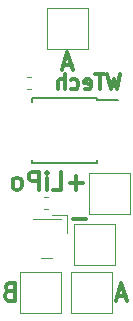
<source format=gbr>
G04 #@! TF.GenerationSoftware,KiCad,Pcbnew,(5.0.2)-1*
G04 #@! TF.CreationDate,2018-12-23T16:39:48-05:00*
G04 #@! TF.ProjectId,cardEmulator,63617264-456d-4756-9c61-746f722e6b69,rev?*
G04 #@! TF.SameCoordinates,Original*
G04 #@! TF.FileFunction,Legend,Bot*
G04 #@! TF.FilePolarity,Positive*
%FSLAX46Y46*%
G04 Gerber Fmt 4.6, Leading zero omitted, Abs format (unit mm)*
G04 Created by KiCad (PCBNEW (5.0.2)-1) date 12/23/2018 4:39:48 PM*
%MOMM*%
%LPD*%
G01*
G04 APERTURE LIST*
%ADD10C,0.300000*%
%ADD11C,0.120000*%
%ADD12C,0.150000*%
G04 APERTURE END LIST*
D10*
X122960190Y-85893023D02*
X122657809Y-87163023D01*
X122415904Y-86255880D01*
X122174000Y-87163023D01*
X121871619Y-85893023D01*
X121569238Y-85893023D02*
X120843523Y-85893023D01*
X121206380Y-87163023D02*
X121206380Y-85893023D01*
X119936380Y-87102547D02*
X120057333Y-87163023D01*
X120299238Y-87163023D01*
X120420190Y-87102547D01*
X120480666Y-86981595D01*
X120480666Y-86497785D01*
X120420190Y-86376833D01*
X120299238Y-86316357D01*
X120057333Y-86316357D01*
X119936380Y-86376833D01*
X119875904Y-86497785D01*
X119875904Y-86618738D01*
X120480666Y-86739690D01*
X118787333Y-87102547D02*
X118908285Y-87163023D01*
X119150190Y-87163023D01*
X119271142Y-87102547D01*
X119331619Y-87042071D01*
X119392095Y-86921119D01*
X119392095Y-86558261D01*
X119331619Y-86437309D01*
X119271142Y-86376833D01*
X119150190Y-86316357D01*
X118908285Y-86316357D01*
X118787333Y-86376833D01*
X118243047Y-87163023D02*
X118243047Y-85893023D01*
X117698761Y-87163023D02*
X117698761Y-86497785D01*
X117759238Y-86376833D01*
X117880190Y-86316357D01*
X118061619Y-86316357D01*
X118182571Y-86376833D01*
X118243047Y-86437309D01*
X117272428Y-95649071D02*
X117986714Y-95649071D01*
X117986714Y-94149071D01*
X116772428Y-95649071D02*
X116772428Y-94649071D01*
X116772428Y-94149071D02*
X116843857Y-94220500D01*
X116772428Y-94291928D01*
X116701000Y-94220500D01*
X116772428Y-94149071D01*
X116772428Y-94291928D01*
X116058142Y-95649071D02*
X116058142Y-94149071D01*
X115486714Y-94149071D01*
X115343857Y-94220500D01*
X115272428Y-94291928D01*
X115201000Y-94434785D01*
X115201000Y-94649071D01*
X115272428Y-94791928D01*
X115343857Y-94863357D01*
X115486714Y-94934785D01*
X116058142Y-94934785D01*
X114343857Y-95649071D02*
X114486714Y-95577642D01*
X114558142Y-95506214D01*
X114629571Y-95363357D01*
X114629571Y-94934785D01*
X114558142Y-94791928D01*
X114486714Y-94720500D01*
X114343857Y-94649071D01*
X114129571Y-94649071D01*
X113986714Y-94720500D01*
X113915285Y-94791928D01*
X113843857Y-94934785D01*
X113843857Y-95363357D01*
X113915285Y-95506214D01*
X113986714Y-95577642D01*
X114129571Y-95649071D01*
X114343857Y-95649071D01*
X120078428Y-98125642D02*
X118935571Y-98125642D01*
X119824428Y-95077642D02*
X118681571Y-95077642D01*
X119253000Y-95649071D02*
X119253000Y-94506214D01*
X113557857Y-104261357D02*
X113343571Y-104332785D01*
X113272142Y-104404214D01*
X113200714Y-104547071D01*
X113200714Y-104761357D01*
X113272142Y-104904214D01*
X113343571Y-104975642D01*
X113486428Y-105047071D01*
X114057857Y-105047071D01*
X114057857Y-103547071D01*
X113557857Y-103547071D01*
X113415000Y-103618500D01*
X113343571Y-103689928D01*
X113272142Y-103832785D01*
X113272142Y-103975642D01*
X113343571Y-104118500D01*
X113415000Y-104189928D01*
X113557857Y-104261357D01*
X114057857Y-104261357D01*
X118848142Y-85060500D02*
X118133857Y-85060500D01*
X118991000Y-85489071D02*
X118491000Y-83989071D01*
X117991000Y-85489071D01*
X123420142Y-104618500D02*
X122705857Y-104618500D01*
X123563000Y-105047071D02*
X123063000Y-103547071D01*
X122563000Y-105047071D01*
D11*
G04 #@! TO.C,TP2*
X114505000Y-106068500D02*
X117905000Y-106068500D01*
X117905000Y-106068500D02*
X117905000Y-102668500D01*
X117905000Y-102668500D02*
X114505000Y-102668500D01*
X114505000Y-102668500D02*
X114505000Y-106068500D01*
G04 #@! TO.C,C3*
X115051721Y-87098500D02*
X115377279Y-87098500D01*
X115051721Y-86078500D02*
X115377279Y-86078500D01*
G04 #@! TO.C,C6*
X116524721Y-96238500D02*
X116850279Y-96238500D01*
X116524721Y-97258500D02*
X116850279Y-97258500D01*
D12*
G04 #@! TO.C,U3*
X120987000Y-87897500D02*
X120987000Y-88102500D01*
X115487000Y-87897500D02*
X115487000Y-88197500D01*
X115487000Y-93407500D02*
X115487000Y-93107500D01*
X120987000Y-93407500D02*
X120987000Y-93107500D01*
X120987000Y-87897500D02*
X115487000Y-87897500D01*
X120987000Y-93407500D02*
X115487000Y-93407500D01*
X120987000Y-88102500D02*
X122737000Y-88102500D01*
D11*
G04 #@! TO.C,U5*
X118413000Y-99296500D02*
X118413000Y-97796500D01*
X118413000Y-97796500D02*
X117213000Y-97796500D01*
X116213000Y-101416500D02*
X117213000Y-101416500D01*
X117963000Y-98176500D02*
X115593000Y-98176500D01*
G04 #@! TO.C,TP1*
X118823000Y-102668500D02*
X118823000Y-106068500D01*
X122223000Y-102668500D02*
X118823000Y-102668500D01*
X122223000Y-106068500D02*
X122223000Y-102668500D01*
X118823000Y-106068500D02*
X122223000Y-106068500D01*
G04 #@! TO.C,TP3*
X123747000Y-94286500D02*
X120347000Y-94286500D01*
X123747000Y-97686500D02*
X123747000Y-94286500D01*
X120347000Y-97686500D02*
X123747000Y-97686500D01*
X120347000Y-94286500D02*
X120347000Y-97686500D01*
G04 #@! TO.C,TP4*
X119077000Y-98604500D02*
X119077000Y-102004500D01*
X119077000Y-102004500D02*
X122477000Y-102004500D01*
X122477000Y-102004500D02*
X122477000Y-98604500D01*
X122477000Y-98604500D02*
X119077000Y-98604500D01*
G04 #@! TO.C,TP1*
X116791000Y-83716500D02*
X120191000Y-83716500D01*
X120191000Y-83716500D02*
X120191000Y-80316500D01*
X120191000Y-80316500D02*
X116791000Y-80316500D01*
X116791000Y-80316500D02*
X116791000Y-83716500D01*
G04 #@! TD*
M02*

</source>
